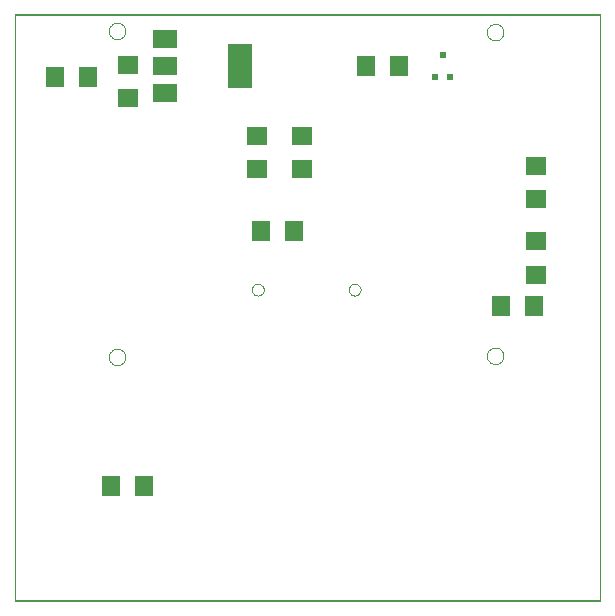
<source format=gbp>
G75*
G70*
%OFA0B0*%
%FSLAX24Y24*%
%IPPOS*%
%LPD*%
%AMOC8*
5,1,8,0,0,1.08239X$1,22.5*
%
%ADD10C,0.0000*%
%ADD11R,0.0709X0.0630*%
%ADD12R,0.0710X0.0630*%
%ADD13R,0.0630X0.0710*%
%ADD14R,0.0630X0.0709*%
%ADD15R,0.0790X0.0590*%
%ADD16R,0.0790X0.1500*%
%ADD17R,0.0236X0.0217*%
D10*
X000736Y000100D02*
X000736Y019663D01*
X020252Y019663D01*
X020250Y019628D02*
X020250Y000128D01*
X000750Y000128D01*
X000750Y019628D01*
X020250Y019628D01*
X016477Y019071D02*
X016479Y019104D01*
X016485Y019136D01*
X016494Y019167D01*
X016507Y019197D01*
X016524Y019225D01*
X016544Y019251D01*
X016567Y019275D01*
X016592Y019295D01*
X016620Y019313D01*
X016649Y019327D01*
X016680Y019337D01*
X016712Y019344D01*
X016745Y019347D01*
X016778Y019346D01*
X016810Y019341D01*
X016841Y019332D01*
X016872Y019320D01*
X016900Y019304D01*
X016927Y019285D01*
X016951Y019263D01*
X016972Y019238D01*
X016991Y019211D01*
X017006Y019182D01*
X017017Y019152D01*
X017025Y019120D01*
X017029Y019087D01*
X017029Y019055D01*
X017025Y019022D01*
X017017Y018990D01*
X017006Y018960D01*
X016991Y018931D01*
X016972Y018904D01*
X016951Y018879D01*
X016927Y018857D01*
X016900Y018838D01*
X016872Y018822D01*
X016841Y018810D01*
X016810Y018801D01*
X016778Y018796D01*
X016745Y018795D01*
X016712Y018798D01*
X016680Y018805D01*
X016649Y018815D01*
X016620Y018829D01*
X016592Y018847D01*
X016567Y018867D01*
X016544Y018891D01*
X016524Y018917D01*
X016507Y018945D01*
X016494Y018975D01*
X016485Y019006D01*
X016479Y019038D01*
X016477Y019071D01*
X011871Y010489D02*
X011873Y010516D01*
X011879Y010543D01*
X011888Y010569D01*
X011901Y010593D01*
X011917Y010616D01*
X011936Y010635D01*
X011958Y010652D01*
X011982Y010666D01*
X012007Y010676D01*
X012034Y010683D01*
X012061Y010686D01*
X012089Y010685D01*
X012116Y010680D01*
X012142Y010672D01*
X012166Y010660D01*
X012189Y010644D01*
X012210Y010626D01*
X012227Y010605D01*
X012242Y010581D01*
X012253Y010556D01*
X012261Y010530D01*
X012265Y010503D01*
X012265Y010475D01*
X012261Y010448D01*
X012253Y010422D01*
X012242Y010397D01*
X012227Y010373D01*
X012210Y010352D01*
X012189Y010334D01*
X012167Y010318D01*
X012142Y010306D01*
X012116Y010298D01*
X012089Y010293D01*
X012061Y010292D01*
X012034Y010295D01*
X012007Y010302D01*
X011982Y010312D01*
X011958Y010326D01*
X011936Y010343D01*
X011917Y010362D01*
X011901Y010385D01*
X011888Y010409D01*
X011879Y010435D01*
X011873Y010462D01*
X011871Y010489D01*
X008643Y010489D02*
X008645Y010516D01*
X008651Y010543D01*
X008660Y010569D01*
X008673Y010593D01*
X008689Y010616D01*
X008708Y010635D01*
X008730Y010652D01*
X008754Y010666D01*
X008779Y010676D01*
X008806Y010683D01*
X008833Y010686D01*
X008861Y010685D01*
X008888Y010680D01*
X008914Y010672D01*
X008938Y010660D01*
X008961Y010644D01*
X008982Y010626D01*
X008999Y010605D01*
X009014Y010581D01*
X009025Y010556D01*
X009033Y010530D01*
X009037Y010503D01*
X009037Y010475D01*
X009033Y010448D01*
X009025Y010422D01*
X009014Y010397D01*
X008999Y010373D01*
X008982Y010352D01*
X008961Y010334D01*
X008939Y010318D01*
X008914Y010306D01*
X008888Y010298D01*
X008861Y010293D01*
X008833Y010292D01*
X008806Y010295D01*
X008779Y010302D01*
X008754Y010312D01*
X008730Y010326D01*
X008708Y010343D01*
X008689Y010362D01*
X008673Y010385D01*
X008660Y010409D01*
X008651Y010435D01*
X008645Y010462D01*
X008643Y010489D01*
X003879Y008245D02*
X003881Y008278D01*
X003887Y008310D01*
X003896Y008341D01*
X003909Y008371D01*
X003926Y008399D01*
X003946Y008425D01*
X003969Y008449D01*
X003994Y008469D01*
X004022Y008487D01*
X004051Y008501D01*
X004082Y008511D01*
X004114Y008518D01*
X004147Y008521D01*
X004180Y008520D01*
X004212Y008515D01*
X004243Y008506D01*
X004274Y008494D01*
X004302Y008478D01*
X004329Y008459D01*
X004353Y008437D01*
X004374Y008412D01*
X004393Y008385D01*
X004408Y008356D01*
X004419Y008326D01*
X004427Y008294D01*
X004431Y008261D01*
X004431Y008229D01*
X004427Y008196D01*
X004419Y008164D01*
X004408Y008134D01*
X004393Y008105D01*
X004374Y008078D01*
X004353Y008053D01*
X004329Y008031D01*
X004302Y008012D01*
X004274Y007996D01*
X004243Y007984D01*
X004212Y007975D01*
X004180Y007970D01*
X004147Y007969D01*
X004114Y007972D01*
X004082Y007979D01*
X004051Y007989D01*
X004022Y008003D01*
X003994Y008021D01*
X003969Y008041D01*
X003946Y008065D01*
X003926Y008091D01*
X003909Y008119D01*
X003896Y008149D01*
X003887Y008180D01*
X003881Y008212D01*
X003879Y008245D01*
X000736Y000100D02*
X020252Y000100D01*
X016477Y008284D02*
X016479Y008317D01*
X016485Y008349D01*
X016494Y008380D01*
X016507Y008410D01*
X016524Y008438D01*
X016544Y008464D01*
X016567Y008488D01*
X016592Y008508D01*
X016620Y008526D01*
X016649Y008540D01*
X016680Y008550D01*
X016712Y008557D01*
X016745Y008560D01*
X016778Y008559D01*
X016810Y008554D01*
X016841Y008545D01*
X016872Y008533D01*
X016900Y008517D01*
X016927Y008498D01*
X016951Y008476D01*
X016972Y008451D01*
X016991Y008424D01*
X017006Y008395D01*
X017017Y008365D01*
X017025Y008333D01*
X017029Y008300D01*
X017029Y008268D01*
X017025Y008235D01*
X017017Y008203D01*
X017006Y008173D01*
X016991Y008144D01*
X016972Y008117D01*
X016951Y008092D01*
X016927Y008070D01*
X016900Y008051D01*
X016872Y008035D01*
X016841Y008023D01*
X016810Y008014D01*
X016778Y008009D01*
X016745Y008008D01*
X016712Y008011D01*
X016680Y008018D01*
X016649Y008028D01*
X016620Y008042D01*
X016592Y008060D01*
X016567Y008080D01*
X016544Y008104D01*
X016524Y008130D01*
X016507Y008158D01*
X016494Y008188D01*
X016485Y008219D01*
X016479Y008251D01*
X016477Y008284D01*
X003879Y019111D02*
X003881Y019144D01*
X003887Y019176D01*
X003896Y019207D01*
X003909Y019237D01*
X003926Y019265D01*
X003946Y019291D01*
X003969Y019315D01*
X003994Y019335D01*
X004022Y019353D01*
X004051Y019367D01*
X004082Y019377D01*
X004114Y019384D01*
X004147Y019387D01*
X004180Y019386D01*
X004212Y019381D01*
X004243Y019372D01*
X004274Y019360D01*
X004302Y019344D01*
X004329Y019325D01*
X004353Y019303D01*
X004374Y019278D01*
X004393Y019251D01*
X004408Y019222D01*
X004419Y019192D01*
X004427Y019160D01*
X004431Y019127D01*
X004431Y019095D01*
X004427Y019062D01*
X004419Y019030D01*
X004408Y019000D01*
X004393Y018971D01*
X004374Y018944D01*
X004353Y018919D01*
X004329Y018897D01*
X004302Y018878D01*
X004274Y018862D01*
X004243Y018850D01*
X004212Y018841D01*
X004180Y018836D01*
X004147Y018835D01*
X004114Y018838D01*
X004082Y018845D01*
X004051Y018855D01*
X004022Y018869D01*
X003994Y018887D01*
X003969Y018907D01*
X003946Y018931D01*
X003926Y018957D01*
X003909Y018985D01*
X003896Y019015D01*
X003887Y019046D01*
X003881Y019078D01*
X003879Y019111D01*
D11*
X004500Y017994D03*
X004500Y016891D03*
X008831Y015616D03*
X008831Y014513D03*
X010329Y014506D03*
X010329Y015608D03*
X018121Y014604D03*
X018121Y013502D03*
D12*
X018112Y012101D03*
X018112Y010981D03*
D13*
X018060Y009943D03*
X016940Y009943D03*
X013560Y017943D03*
X012440Y017943D03*
X003185Y017568D03*
X002065Y017568D03*
D14*
X008949Y012443D03*
X010051Y012443D03*
X005051Y003943D03*
X003949Y003943D03*
D15*
X005760Y017053D03*
X005760Y017953D03*
X005760Y018853D03*
D16*
X008240Y017943D03*
D17*
X014744Y017578D03*
X015256Y017578D03*
X015000Y018307D03*
M02*

</source>
